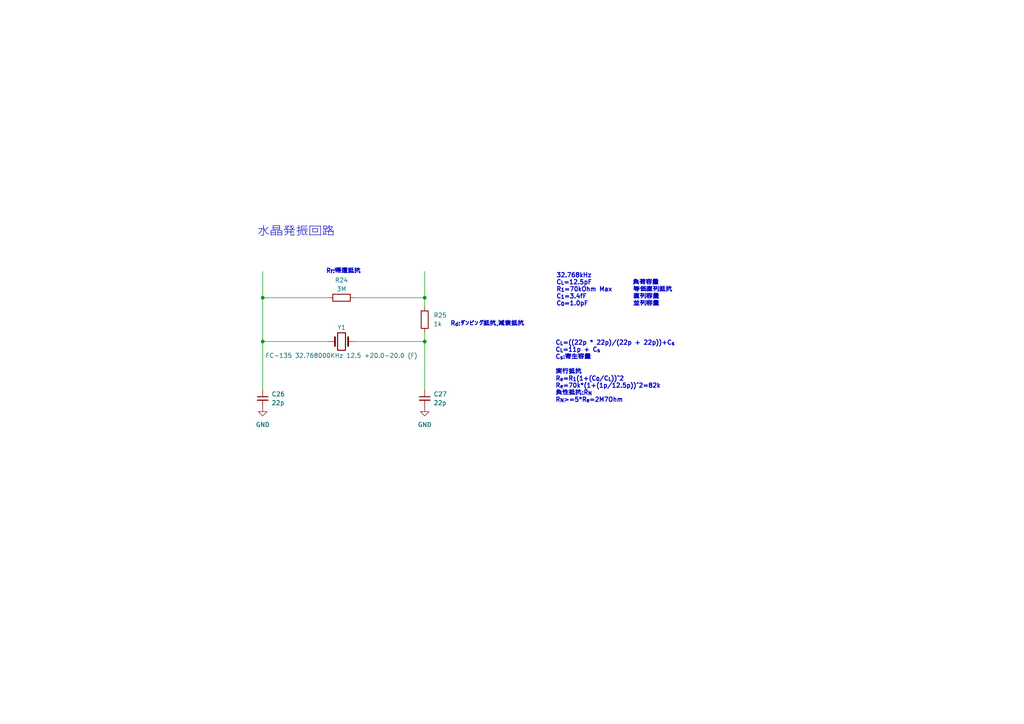
<source format=kicad_sch>
(kicad_sch (version 20231120) (generator "eeschema") (generator_version "8.0")
  (paper "A4")
  (lib_symbols
    (symbol "Device:C_Small" (pin_numbers hide) (pin_names (offset 0.254) hide)
      (property "Reference" "C" (at 0.254 1.778 0))
      (property "Value" "C_Small" (at 0.254 -2.032 0))
      (symbol "C_Small_0_1"
        (polyline (pts (xy -1.524 -0.508) (xy 1.524 -0.508)) (stroke (width 0.3302)))
        (polyline (pts (xy -1.524 0.508) (xy 1.524 0.508)) (stroke (width 0.3048)))
      )
      (symbol "C_Small_1_1"
        (pin passive line (at 0 2.54 270) (length 2.032) (name "~") (number "1"))
        (pin passive line (at 0 -2.54 90) (length 2.032) (name "~") (number "2"))
      )
    )
    (symbol "Device:Crystal" (pin_numbers hide) (pin_names (offset 1.016) hide)
      (property "Reference" "Y" (at 0 3.81 0))
      (property "Value" "Crystal" (at 0 -3.81 0))
      (symbol "Crystal_0_1"
        (rectangle (start -1.143 2.54) (end 1.143 -2.54) (stroke (width 0.3048)))
        (polyline (pts (xy -2.54 0) (xy -1.905 0)))
        (polyline (pts (xy -1.905 -1.27) (xy -1.905 1.27)) (stroke (width 0.508)))
        (polyline (pts (xy 1.905 -1.27) (xy 1.905 1.27)) (stroke (width 0.508)))
        (polyline (pts (xy 2.54 0) (xy 1.905 0)))
      )
      (symbol "Crystal_1_1"
        (pin passive line (at -3.81 0 0) (length 1.27) (name "1") (number "1"))
        (pin passive line (at 3.81 0 180) (length 1.27) (name "2") (number "2"))
      )
    )
    (symbol "Device:R" (pin_numbers hide) (pin_names (offset 0))
      (property "Reference" "R" (at 2.032 0 90))
      (property "Value" "R" (at 0 0 90))
      (symbol "R_0_1"
        (rectangle (start -1.016 -2.54) (end 1.016 2.54) (stroke (width 0.254)))
      )
      (symbol "R_1_1"
        (pin passive line (at 0 3.81 270) (length 1.27) (name "~") (number "1"))
        (pin passive line (at 0 -3.81 90) (length 1.27) (name "~") (number "2"))
      )
    )
    (symbol "power:GND" (power) (pin_numbers hide) (pin_names (offset 0) hide)
      (property "Value" "GND" (at 0 -3.81 0))
      (symbol "GND_0_1"
        (polyline (pts (xy 0 0) (xy 0 -1.27) (xy 1.27 -1.27) (xy 0 -2.54) (xy -1.27 -1.27) (xy 0 -1.27)))
      )
      (symbol "GND_1_1"
        (pin power_in line (at 0 0 270) (length 0) (name "~") (number "1"))
      )
    )
  )
  (junction (at 123.19 99.06))
  (junction (at 76.2 99.06))
  (junction (at 123.19 86.36))
  (junction (at 76.2 86.36))
  (wire (pts (xy 76.2 99.06) (xy 76.2 113.03)))
  (wire (pts (xy 102.87 86.36) (xy 123.19 86.36)))
  (wire (pts (xy 123.19 96.52) (xy 123.19 99.06)))
  (wire (pts (xy 76.2 99.06) (xy 95.25 99.06)))
  (wire (pts (xy 76.2 86.36) (xy 76.2 99.06)))
  (wire (pts (xy 102.87 99.06) (xy 123.19 99.06)))
  (wire (pts (xy 123.19 78.74) (xy 123.19 86.36)))
  (wire (pts (xy 123.19 99.06) (xy 123.19 113.03)))
  (wire (pts (xy 76.2 78.74) (xy 76.2 86.36)))
  (wire (pts (xy 76.2 86.36) (xy 95.25 86.36)))
  (wire (pts (xy 123.19 86.36) (xy 123.19 88.9)))
  (text "R_{f}:帰還抵抗" (at 94.488 78.74 0) (effects (font (size 1.27 1.27) (thickness 0.254) (bold yes)) (justify left)))
  (text "C_{L}=((22p * 22p)/(22p + 22p))+C_{s}\nC_{L}=11p + C_{s}\nC_{s}:寄生容量" (at 161.036 101.6 0) (effects (font (size 1.27 1.27) (thickness 0.254) (bold yes)) (justify left)))
  (text "32.768kHz\nC_{L}=12.5pF			負荷容量\nR_{1}=70kOhm Max 	等価直列抵抗\nC_{1}=3.4fF			直列容量\nC_{0}=1.0pF			並列容量" (at 161.29 84.074 0) (effects (font (size 1.27 1.27) (thickness 0.254) (bold yes)) (justify left)))
  (text "実行抵抗\nR_{e}=R_{1}(1+(C_{0}/C_{L}))^2\nR_{e}=70k*(1+(1p/12.5p))^2=82k\n負性抵抗:R_{N}\nR_{N}>=5*R_{e}=2M7Ohm\n" (at 161.036 112.014 0) (effects (font (size 1.27 1.27) (thickness 0.254) (bold yes)) (justify left)))
  (text "水晶発振回路" (at 85.852 67.31 0) (effects (font (size 2.54 2.54))))
  (text "R_{d}:ダンピング抵抗,減衰抵抗" (at 130.556 93.98 0) (effects (font (size 1.27 1.27) (thickness 0.254) (bold yes)) (justify left)))
  (symbol (lib_id "Device:Crystal") (at 99.06 99.06 0) (unit 1)
    (property "Reference" "Y1" (at 99.06 94.996 0))
    (property "Value" "FC-135 32.768000KHz 12.5 +20.0-20.0 (F)" (at 99.06 103.124 0))
    (property "Footprint" "Crystal:Crystal_AT310_D3.0mm_L10.0mm_Horizontal" (effects (hide yes)))
    (property "Description" "Two pin crystal" (effects (hide yes)))
  )
  (symbol (lib_id "Device:C_Small") (at 123.19 115.57 0) (unit 1)
    (property "Reference" "C27" (at 125.73 114.3062 0) (effects (justify left)))
    (property "Value" "22p" (at 125.73 116.8462 0) (effects (justify left)))
    (property "Description" "Unpolarized capacitor, small symbol" (effects (hide yes)))
  )
  (symbol (lib_id "power:GND") (at 76.2 118.11 0) (unit 1)
    (property "Reference" "#PWR041" (effects (hide yes)))
    (property "Value" "GND" (at 76.2 123.19 0))
    (property "Description" "Power symbol creates a global label with name \"GND\" , ground" (effects (hide yes)))
  )
  (symbol (lib_id "Device:C_Small") (at 76.2 115.57 0) (unit 1)
    (property "Reference" "C26" (at 78.74 114.3062 0) (effects (justify left)))
    (property "Value" "22p" (at 78.74 116.8462 0) (effects (justify left)))
    (property "Description" "Unpolarized capacitor, small symbol" (effects (hide yes)))
  )
  (symbol (lib_id "power:GND") (at 123.19 118.11 0) (unit 1)
    (property "Reference" "#PWR047" (effects (hide yes)))
    (property "Value" "GND" (at 123.19 123.19 0))
    (property "Description" "Power symbol creates a global label with name \"GND\" , ground" (effects (hide yes)))
  )
  (symbol (lib_id "Device:R") (at 123.19 92.71 180) (unit 1)
    (property "Reference" "R25" (at 125.73 91.4399 0) (effects (justify right)))
    (property "Value" "1k" (at 125.73 93.9799 0) (effects (justify right)))
    (property "Footprint" "Resistor_THT:R_Axial_DIN0207_L6.3mm_D2.5mm_P7.62mm_Horizontal" (effects (hide yes)))
    (property "Description" "Resistor" (effects (hide yes)))
  )
  (symbol (lib_id "Device:R") (at 99.06 86.36 90) (unit 1)
    (property "Reference" "R24" (at 99.06 81.28 90))
    (property "Value" "3M" (at 99.06 83.82 90))
    (property "Footprint" "Resistor_THT:R_Axial_DIN0207_L6.3mm_D2.5mm_P7.62mm_Horizontal" (effects (hide yes)))
    (property "Description" "Resistor" (effects (hide yes)))
  )
)
</source>
